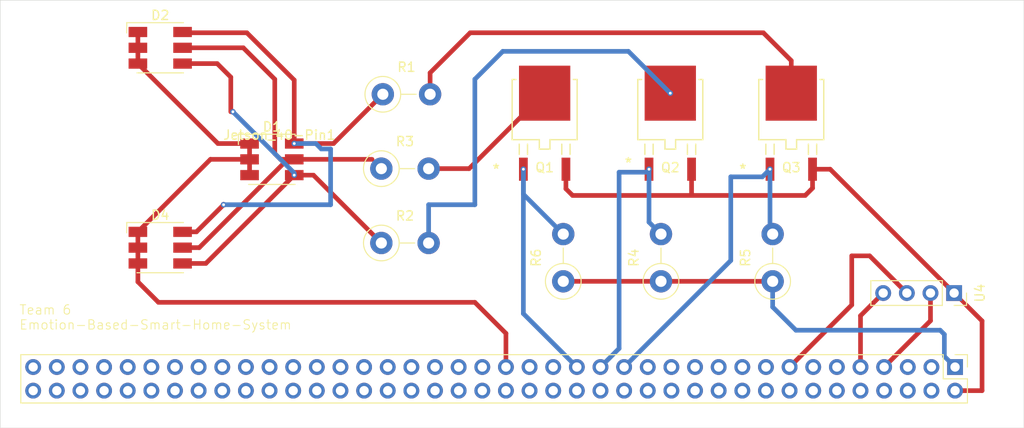
<source format=kicad_pcb>
(kicad_pcb (version 20240108) (generator "pcbnew") (generator_version "8.0")
  (title_block (title "Preliminary PCB layout") (date "2024-11-06") (rev "0") (company "Group 6"))
  (layers (0 "F.Cu" signal) (31 "B.Cu" signal) (34 "B.Paste" user) (35 "F.Paste" user) (36 "B.SilkS" user "B.Silkscreen") (37 "F.SilkS" user "F.Silkscreen") (38 "B.Mask" user) (39 "F.Mask" user) (44 "Edge.Cuts" user))
  (net 0 "")
  (net 1 "GND")
  (net 2 "Q3")
  (net 3 "Q2")
  (net 4 "Q1")
  (net 7 "Net-(Jetson_40-Pin1-GPIO11)")
  (net 10 "Net-(Jetson_40-Pin1-GPIO01)")
  (net 17 "/Ultrasonic Trigger")
  (net 25 "/5V")
  (net 35 "Net-(Jetson_40-Pin1-GPIO13)")
  (net 39 "Net-(Jetson_40-Pin1-GPIO12)")
  (net 42 "Net-(Jetson_40-Pin1-3.3V)")
  (net 43 "Net-(Q1-E)")
  (net 44 "Net-(Q2-E)")
  (net 45 "Net-(Q3-E)")
  (net 46 "Net-(U4-GND)")
  (footprint "NSS1C301ET4G:DPAK-4_6P22X6P73_ONS" (layer "F.Cu") (at 104 65.7653)
    (property "Reference" "Q1" (at 0 6.2347 0) (layer "F.SilkS"))
    (property "Value" "NSS1C301ET4G")
    (fp_line (start -3.4925 -3.2385) (end -3.4925 3.2385) (stroke (width 0.1524)) (layer "F.SilkS"))
    (fp_line (start -3.4925 3.2385) (end -0.5715 3.2385) (stroke (width 0.1524)) (layer "F.SilkS"))
    (fp_line (start -3.08864 -3.2385) (end -3.4925 -3.2385) (stroke (width 0.1524)) (layer "F.SilkS"))
    (fp_line (start -2.7305 3.7211) (end -2.7305 4.8133) (stroke (width 0.1524)) (layer "F.SilkS"))
    (fp_line (start -1.8415 3.7211) (end -1.8415 4.8133) (stroke (width 0.1524)) (layer "F.SilkS"))
    (fp_line (start -0.5715 3.2385) (end -0.5715 4.2545) (stroke (width 0.1524)) (layer "F.SilkS"))
    (fp_line (start -0.5715 4.2545) (end 0.5715 4.2545) (stroke (width 0.1524)) (layer "F.SilkS"))
    (fp_line (start 0.5715 3.2385) (end 3.4925 3.2385) (stroke (width 0.1524)) (layer "F.SilkS"))
    (fp_line (start 0.5715 4.2545) (end 0.5715 3.2385) (stroke (width 0.1524)) (layer "F.SilkS"))
    (fp_line (start 1.8415 3.7211) (end 1.8415 4.8133) (stroke (width 0.1524)) (layer "F.SilkS"))
    (fp_line (start 2.7305 3.7211) (end 2.7305 4.8133) (stroke (width 0.1524)) (layer "F.SilkS"))
    (fp_line (start 3.4925 -3.2385) (end 3.08864 -3.2385) (stroke (width 0.1524)) (layer "F.SilkS"))
    (fp_line (start 3.4925 3.2385) (end 3.4925 -3.2385) (stroke (width 0.1524)) (layer "F.SilkS"))
    (fp_text user "*" (at -5.207 6.4135 0) (layer "F.SilkS"))
    (fp_text user "*" (at -5.207 6.4135 0) (layer "F.SilkS"))
    (pad "1" smd rect (at -2.286 6.4135) (size 0.9398 2.4892) (layers "F.Cu" "F.Paste" "F.Mask") (net 35 "Net-(Jetson_40-Pin1-GPIO13)"))
    (pad "2" smd rect (at 2.286 6.4135) (size 0.9398 2.4892) (layers "F.Cu" "F.Paste" "F.Mask") (net 25 "/5V"))
    (pad "3" smd rect (at 0 -1.7653) (size 5.5118 5.9182) (layers "F.Cu" "F.Paste" "F.Mask") (net 43 "Net-(Q1-E)"))
  )
  (footprint "LED_SMD:LED_RGB_5050-6" (layer "F.Cu") (at 62.6921 59.1165)
    (property "Reference" "D2" (at 0 -3.5 0) (layer "F.SilkS"))
    (property "Value" "LED_RGB")
    (fp_line (start -3.6 -2.7) (end 2.5 -2.7) (stroke (width 0.12)) (layer "F.SilkS"))
    (fp_line (start -3.6 -1.6) (end -3.6 -2.7) (stroke (width 0.12)) (layer "F.SilkS"))
    (fp_line (start 2.5 2.7) (end -2.5 2.7) (stroke (width 0.12)) (layer "F.SilkS"))
    (pad "1" smd rect (at -2.4 -1.7 90) (size 1.1 2) (layers "F.Cu" "F.Paste" "F.Mask") (net 1 "GND"))
    (pad "2" smd rect (at -2.4 0 90) (size 1.1 2) (layers "F.Cu" "F.Paste" "F.Mask") (net 1 "GND"))
    (pad "3" smd rect (at -2.4 1.7 90) (size 1.1 2) (layers "F.Cu" "F.Paste" "F.Mask") (net 1 "GND"))
    (pad "4" smd rect (at 2.4 1.7 90) (size 1.1 2) (layers "F.Cu" "F.Paste" "F.Mask") (net 3 "Q2"))
    (pad "5" smd rect (at 2.4 0 90) (size 1.1 2) (layers "F.Cu" "F.Paste" "F.Mask") (net 4 "Q1"))
    (pad "6" smd rect (at 2.4 -1.7 90) (size 1.1 2) (layers "F.Cu" "F.Paste" "F.Mask") (net 2 "Q3"))
  )
  (footprint "Resistor_THT:R_Axial_DIN0411_L9.9mm_D3.6mm_P5.08mm_Vertical" (layer "F.Cu") (at 86.6121 64.1165)
    (property "Reference" "R1" (at 2.54 -2.92 0) (layer "F.SilkS"))
    (property "Value" "10")
    (fp_line (start 1.92 0) (end 3.58 0) (stroke (width 0.12)) (layer "F.SilkS"))
    (fp_circle (center 0 0) (end 1.92 0) (stroke (width 0.12)) (fill none) (layer "F.SilkS"))
    (pad "1" thru_hole circle (at 0 0) (size 2.4 2.4) (drill 1.2) (layers "*.Cu" "*.Mask") (net 2 "Q3"))
    (pad "2" thru_hole oval (at 5.08 0) (size 2.4 2.4) (drill 1.2) (layers "*.Cu" "*.Mask") (net 45 "Net-(Q3-E)"))
  )
  (footprint "NSS1C301ET4G:DPAK-4_6P22X6P73_ONS" (layer "F.Cu") (at 117.5 65.7653)
    (property "Reference" "Q2" (at 0 6.2347 0) (layer "F.SilkS"))
    (property "Value" "NSS1C301ET4G")
    (fp_line (start -3.4925 -3.2385) (end -3.4925 3.2385) (stroke (width 0.1524)) (layer "F.SilkS"))
    (fp_line (start -3.4925 3.2385) (end -0.5715 3.2385) (stroke (width 0.1524)) (layer "F.SilkS"))
    (fp_line (start -3.08864 -3.2385) (end -3.4925 -3.2385) (stroke (width 0.1524)) (layer "F.SilkS"))
    (fp_line (start -2.7305 3.7211) (end -2.7305 4.8133) (stroke (width 0.1524)) (layer "F.SilkS"))
    (fp_line (start -1.8415 3.7211) (end -1.8415 4.8133) (stroke (width 0.1524)) (layer "F.SilkS"))
    (fp_line (start -0.5715 3.2385) (end -0.5715 4.2545) (stroke (width 0.1524)) (layer "F.SilkS"))
    (fp_line (start -0.5715 4.2545) (end 0.5715 4.2545) (stroke (width 0.1524)) (layer "F.SilkS"))
    (fp_line (start 0.5715 3.2385) (end 3.4925 3.2385) (stroke (width 0.1524)) (layer "F.SilkS"))
    (fp_line (start 0.5715 4.2545) (end 0.5715 3.2385) (stroke (width 0.1524)) (layer "F.SilkS"))
    (fp_line (start 1.8415 3.7211) (end 1.8415 4.8133) (stroke (width 0.1524)) (layer "F.SilkS"))
    (fp_line (start 2.7305 3.7211) (end 2.7305 4.8133) (stroke (width 0.1524)) (layer "F.SilkS"))
    (fp_line (start 3.4925 -3.2385) (end 3.08864 -3.2385) (stroke (width 0.1524)) (layer "F.SilkS"))
    (fp_line (start 3.4925 3.2385) (end 3.4925 -3.2385) (stroke (width 0.1524)) (layer "F.SilkS"))
    (fp_text user "*" (at -4.5 5.7347 0) (layer "F.SilkS"))
    (fp_text user "*" (at -4.5 5.7347 0) (layer "F.SilkS"))
    (pad "1" smd rect (at -2.286 6.4135) (size 0.9398 2.4892) (layers "F.Cu" "F.Paste" "F.Mask") (net 7 "Net-(Jetson_40-Pin1-GPIO11)"))
    (pad "2" smd rect (at 2.286 6.4135) (size 0.9398 2.4892) (layers "F.Cu" "F.Paste" "F.Mask") (net 25 "/5V"))
    (pad "3" smd rect (at 0 -1.7653) (size 5.5118 5.9182) (layers "F.Cu" "F.Paste" "F.Mask") (net 44 "Net-(Q2-E)"))
  )
  (footprint "Resistor_THT:R_Axial_DIN0411_L9.9mm_D3.6mm_P5.08mm_Vertical" (layer "F.Cu") (at 128.5 84.24 90)
    (property "Reference" "R5" (at 2.54 -2.92 90) (layer "F.SilkS"))
    (property "Value" "10k")
    (fp_line (start 1.92 0) (end 3.58 0) (stroke (width 0.12)) (layer "F.SilkS"))
    (fp_circle (center 0 0) (end 1.92 0) (stroke (width 0.12)) (fill none) (layer "F.SilkS"))
    (pad "1" thru_hole circle (at 0 0 90) (size 2.4 2.4) (drill 1.2) (layers "*.Cu" "*.Mask") (net 42 "Net-(Jetson_40-Pin1-3.3V)"))
    (pad "2" thru_hole oval (at 5.08 0 90) (size 2.4 2.4) (drill 1.2) (layers "*.Cu" "*.Mask") (net 10 "Net-(Jetson_40-Pin1-GPIO01)"))
  )
  (footprint "LED_SMD:LED_RGB_5050-6" (layer "F.Cu") (at 62.6921 80.6165)
    (property "Reference" "D4" (at 0 -3.5 0) (layer "F.SilkS"))
    (property "Value" "LED_RGB")
    (fp_line (start -3.6 -2.7) (end 2.5 -2.7) (stroke (width 0.12)) (layer "F.SilkS"))
    (fp_line (start -3.6 -1.6) (end -3.6 -2.7) (stroke (width 0.12)) (layer "F.SilkS"))
    (fp_line (start 2.5 2.7) (end -2.5 2.7) (stroke (width 0.12)) (layer "F.SilkS"))
    (pad "1" smd rect (at -2.4 -1.7 90) (size 1.1 2) (layers "F.Cu" "F.Paste" "F.Mask") (net 1 "GND"))
    (pad "2" smd rect (at -2.4 0 90) (size 1.1 2) (layers "F.Cu" "F.Paste" "F.Mask") (net 1 "GND"))
    (pad "3" smd rect (at -2.4 1.7 90) (size 1.1 2) (layers "F.Cu" "F.Paste" "F.Mask") (net 1 "GND"))
    (pad "4" smd rect (at 2.4 1.7 90) (size 1.1 2) (layers "F.Cu" "F.Paste" "F.Mask") (net 3 "Q2"))
    (pad "5" smd rect (at 2.4 0 90) (size 1.1 2) (layers "F.Cu" "F.Paste" "F.Mask") (net 4 "Q1"))
    (pad "6" smd rect (at 2.4 -1.7 90) (size 1.1 2) (layers "F.Cu" "F.Paste" "F.Mask") (net 2 "Q3"))
  )
  (footprint "Resistor_THT:R_Axial_DIN0411_L9.9mm_D3.6mm_P5.08mm_Vertical" (layer "F.Cu") (at 86.4521 80.1165)
    (property "Reference" "R2" (at 2.54 -2.92 0) (layer "F.SilkS"))
    (property "Value" "10")
    (fp_line (start 1.92 0) (end 3.58 0) (stroke (width 0.12)) (layer "F.SilkS"))
    (fp_circle (center 0 0) (end 1.92 0) (stroke (width 0.12)) (fill none) (layer "F.SilkS"))
    (pad "1" thru_hole circle (at 0 0) (size 2.4 2.4) (drill 1.2) (layers "*.Cu" "*.Mask") (net 3 "Q2"))
    (pad "2" thru_hole oval (at 5.08 0) (size 2.4 2.4) (drill 1.2) (layers "*.Cu" "*.Mask") (net 44 "Net-(Q2-E)"))
  )
  (footprint "Resistor_THT:R_Axial_DIN0411_L9.9mm_D3.6mm_P5.08mm_Vertical" (layer "F.Cu") (at 116.5 84.24 90)
    (property "Reference" "R4" (at 2.54 -2.92 90) (layer "F.SilkS"))
    (property "Value" "10k")
    (fp_line (start 1.92 0) (end 3.58 0) (stroke (width 0.12)) (layer "F.SilkS"))
    (fp_circle (center 0 0) (end 1.92 0) (stroke (width 0.12)) (fill none) (layer "F.SilkS"))
    (pad "1" thru_hole circle (at 0 0 90) (size 2.4 2.4) (drill 1.2) (layers "*.Cu" "*.Mask") (net 42 "Net-(Jetson_40-Pin1-3.3V)"))
    (pad "2" thru_hole oval (at 5.08 0 90) (size 2.4 2.4) (drill 1.2) (layers "*.Cu" "*.Mask") (net 7 "Net-(Jetson_40-Pin1-GPIO11)"))
  )
  (footprint "Resistor_THT:R_Axial_DIN0411_L9.9mm_D3.6mm_P5.08mm_Vertical" (layer "F.Cu") (at 86.4521 72.1165)
    (property "Reference" "R3" (at 2.54 -2.92 0) (layer "F.SilkS"))
    (property "Value" "10")
    (fp_line (start 1.92 0) (end 3.58 0) (stroke (width 0.12)) (layer "F.SilkS"))
    (fp_circle (center 0 0) (end 1.92 0) (stroke (width 0.12)) (fill none) (layer "F.SilkS"))
    (pad "1" thru_hole circle (at 0 0) (size 2.4 2.4) (drill 1.2) (layers "*.Cu" "*.Mask") (net 4 "Q1"))
    (pad "2" thru_hole oval (at 5.08 0) (size 2.4 2.4) (drill 1.2) (layers "*.Cu" "*.Mask") (net 43 "Net-(Q1-E)"))
  )
  (footprint "Connector_PinSocket_2.54mm:PinSocket_1x04_P2.54mm_Vertical" (layer "F.Cu") (at 148 85.5 -90)
    (property "Reference" "U4" (at 0 -2.77 90) (layer "F.SilkS"))
    (property "Value" "HC-SR04")
    (fp_line (start -1.33 8.95) (end 1.33 8.95) (stroke (width 0.12)) (layer "F.SilkS"))
    (fp_line (start -1.33 1.27) (end -1.33 8.95) (stroke (width 0.12)) (layer "F.SilkS"))
    (fp_line (start -1.33 1.27) (end 1.33 1.27) (stroke (width 0.12)) (layer "F.SilkS"))
    (fp_line (start 1.33 1.27) (end 1.33 8.95) (stroke (width 0.12)) (layer "F.SilkS"))
    (fp_line (start 0 -1.33) (end 1.33 -1.33) (stroke (width 0.12)) (layer "F.SilkS"))
    (fp_line (start 1.33 -1.33) (end 1.33 0) (stroke (width 0.12)) (layer "F.SilkS"))
    (pad "1" thru_hole rect (at 0 0 270) (size 1.7 1.7) (drill 1) (layers "*.Cu" "*.Mask") (net 25 "/5V"))
    (pad "2" thru_hole oval (at 0 2.54 270) (size 1.7 1.7) (drill 1) (layers "*.Cu" "*.Mask") (net 17 "/Ultrasonic Trigger"))
    (pad "3" thru_hole oval (at 0 5.08 270) (size 1.7 1.7) (drill 1) (layers "*.Cu" "*.Mask") (net 39 "Net-(Jetson_40-Pin1-GPIO12)"))
    (pad "4" thru_hole oval (at 0 7.62 270) (size 1.7 1.7) (drill 1) (layers "*.Cu" "*.Mask") (net 46 "Net-(U4-GND)"))
  )
  (footprint "NSS1C301ET4G:DPAK-4_6P22X6P73_ONS" (layer "F.Cu") (at 130.5 65.7653)
    (property "Reference" "Q3" (at 0 6.2347 0) (layer "F.SilkS"))
    (property "Value" "NSS1C301ET4G")
    (fp_line (start -3.4925 -3.2385) (end -3.4925 3.2385) (stroke (width 0.1524)) (layer "F.SilkS"))
    (fp_line (start -3.4925 3.2385) (end -0.5715 3.2385) (stroke (width 0.1524)) (layer "F.SilkS"))
    (fp_line (start -3.08864 -3.2385) (end -3.4925 -3.2385) (stroke (width 0.1524)) (layer "F.SilkS"))
    (fp_line (start -2.7305 3.7211) (end -2.7305 4.8133) (stroke (width 0.1524)) (layer "F.SilkS"))
    (fp_line (start -1.8415 3.7211) (end -1.8415 4.8133) (stroke (width 0.1524)) (layer "F.SilkS"))
    (fp_line (start -0.5715 3.2385) (end -0.5715 4.2545) (stroke (width 0.1524)) (layer "F.SilkS"))
    (fp_line (start -0.5715 4.2545) (end 0.5715 4.2545) (stroke (width 0.1524)) (layer "F.SilkS"))
    (fp_line (start 0.5715 3.2385) (end 3.4925 3.2385) (stroke (width 0.1524)) (layer "F.SilkS"))
    (fp_line (start 0.5715 4.2545) (end 0.5715 3.2385) (stroke (width 0.1524)) (layer "F.SilkS"))
    (fp_line (start 1.8415 3.7211) (end 1.8415 4.8133) (stroke (width 0.1524)) (layer "F.SilkS"))
    (fp_line (start 2.7305 3.7211) (end 2.7305 4.8133) (stroke (width 0.1524)) (layer "F.SilkS"))
    (fp_line (start 3.4925 -3.2385) (end 3.08864 -3.2385) (stroke (width 0.1524)) (layer "F.SilkS"))
    (fp_line (start 3.4925 3.2385) (end 3.4925 -3.2385) (stroke (width 0.1524)) (layer "F.SilkS"))
    (fp_text user "*" (at -5.207 6.4135 0) (layer "F.SilkS"))
    (fp_text user "*" (at -5.207 6.4135 0) (layer "F.SilkS"))
    (pad "1" smd rect (at -2.286 6.4135) (size 0.9398 2.4892) (layers "F.Cu" "F.Paste" "F.Mask") (net 10 "Net-(Jetson_40-Pin1-GPIO01)"))
    (pad "2" smd rect (at 2.286 6.4135) (size 0.9398 2.4892) (layers "F.Cu" "F.Paste" "F.Mask") (net 25 "/5V"))
    (pad "3" smd rect (at 0 -1.7653) (size 5.5118 5.9182) (layers "F.Cu" "F.Paste" "F.Mask") (net 45 "Net-(Q3-E)"))
  )
  (footprint "Connector_PinHeader_2.54mm:PinHeader_2x40_P2.54mm_Vertical" (layer "F.Cu") (at 148.1 93.46 -90)
    (property "Reference" "Jetson_40-Pin1" (at -24.96 72.6 180) (layer "F.SilkS"))
    (property "Value" "~")
    (fp_line (start -1.33 100.39) (end 3.87 100.39) (stroke (width 0.12)) (layer "F.SilkS"))
    (fp_line (start -1.33 1.27) (end -1.33 100.39) (stroke (width 0.12)) (layer "F.SilkS"))
    (fp_line (start -1.33 1.27) (end 1.27 1.27) (stroke (width 0.12)) (layer "F.SilkS"))
    (fp_line (start 1.27 1.27) (end 1.27 -1.33) (stroke (width 0.12)) (layer "F.SilkS"))
    (fp_line (start -1.33 0) (end -1.33 -1.33) (stroke (width 0.12)) (layer "F.SilkS"))
    (fp_line (start -1.33 -1.33) (end 0 -1.33) (stroke (width 0.12)) (layer "F.SilkS"))
    (fp_line (start 1.27 -1.33) (end 3.87 -1.33) (stroke (width 0.12)) (layer "F.SilkS"))
    (fp_line (start 3.87 -1.33) (end 3.87 100.39) (stroke (width 0.12)) (layer "F.SilkS"))
    (pad "1" thru_hole rect (at 0 0 270) (size 1.7 1.7) (drill 1) (layers "*.Cu" "*.Mask") (net 42 "Net-(Jetson_40-Pin1-3.3V)"))
    (pad "2" thru_hole oval (at 2.54 0 270) (size 1.7 1.7) (drill 1) (layers "*.Cu" "*.Mask") (net 25 "/5V"))
    (pad "3" thru_hole oval (at 0 2.54 270) (size 1.7 1.7) (drill 1) (layers "*.Cu" "*.Mask"))
    (pad "4" thru_hole oval (at 2.54 2.54 270) (size 1.7 1.7) (drill 1) (layers "*.Cu" "*.Mask"))
    (pad "5" thru_hole oval (at 0 5.08 270) (size 1.7 1.7) (drill 1) (layers "*.Cu" "*.Mask"))
    (pad "6" thru_hole oval (at 2.54 5.08 270) (size 1.7 1.7) (drill 1) (layers "*.Cu" "*.Mask"))
    (pad "7" thru_hole oval (at 0 7.62 270) (size 1.7 1.7) (drill 1) (layers "*.Cu" "*.Mask") (net 17 "/Ultrasonic Trigger"))
    (pad "8" thru_hole oval (at 2.54 7.62 270) (size 1.7 1.7) (drill 1) (layers "*.Cu" "*.Mask"))
    (pad "9" thru_hole oval (at 0 10.16 270) (size 1.7 1.7) (drill 1) (layers "*.Cu" "*.Mask") (net 46 "Net-(U4-GND)"))
    (pad "10" thru_hole oval (at 2.54 10.16 270) (size 1.7 1.7) (drill 1) (layers "*.Cu" "*.Mask"))
    (pad "11" thru_hole oval (at 0 12.7 270) (size 1.7 1.7) (drill 1) (layers "*.Cu" "*.Mask"))
    (pad "12" thru_hole oval (at 2.54 12.7 270) (size 1.7 1.7) (drill 1) (layers "*.Cu" "*.Mask"))
    (pad "13" thru_hole oval (at 0 15.24 270) (size 1.7 1.7) (drill 1) (layers "*.Cu" "*.Mask"))
    (pad "14" thru_hole oval (at 2.54 15.24 270) (size 1.7 1.7) (drill 1) (layers "*.Cu" "*.Mask"))
    (pad "15" thru_hole oval (at 0 17.78 270) (size 1.7 1.7) (drill 1) (layers "*.Cu" "*.Mask") (net 39 "Net-(Jetson_40-Pin1-GPIO12)"))
    (pad "16" thru_hole oval (at 2.54 17.78 270) (size 1.7 1.7) (drill 1) (layers "*.Cu" "*.Mask"))
    (pad "17" thru_hole oval (at 0 20.32 270) (size 1.7 1.7) (drill 1) (layers "*.Cu" "*.Mask"))
    (pad "18" thru_hole oval (at 2.54 20.32 270) (size 1.7 1.7) (drill 1) (layers "*.Cu" "*.Mask"))
    (pad "19" thru_hole oval (at 0 22.86 270) (size 1.7 1.7) (drill 1) (layers "*.Cu" "*.Mask"))
    (pad "20" thru_hole oval (at 2.54 22.86 270) (size 1.7 1.7) (drill 1) (layers "*.Cu" "*.Mask"))
    (pad "21" thru_hole oval (at 0 25.4 270) (size 1.7 1.7) (drill 1) (layers "*.Cu" "*.Mask"))
    (pad "22" thru_hole oval (at 2.54 25.4 270) (size 1.7 1.7) (drill 1) (layers "*.Cu" "*.Mask"))
    (pad "23" thru_hole oval (at 0 27.94 270) (size 1.7 1.7) (drill 1) (layers "*.Cu" "*.Mask"))
    (pad "24" thru_hole oval (at 2.54 27.94 270) (size 1.7 1.7) (drill 1) (layers "*.Cu" "*.Mask"))
    (pad "25" thru_hole oval (at 0 30.48 270) (size 1.7 1.7) (drill 1) (layers "*.Cu" "*.Mask"))
    (pad "26" thru_hole oval (at 2.54 30.48 270) (size 1.7 1.7) (drill 1) (layers "*.Cu" "*.Mask"))
    (pad "27" thru_hole oval (at 0 33.02 270) (size 1.7 1.7) (drill 1) (layers "*.Cu" "*.Mask"))
    (pad "28" thru_hole oval (at 2.54 33.02 270) (size 1.7 1.7) (drill 1) (layers "*.Cu" "*.Mask"))
    (pad "29" thru_hole oval (at 0 35.56 270) (size 1.7 1.7) (drill 1) (layers "*.Cu" "*.Mask") (net 10 "Net-(Jetson_40-Pin1-GPIO01)"))
    (pad "30" thru_hole oval (at 2.54 35.56 270) (size 1.7 1.7) (drill 1) (layers "*.Cu" "*.Mask"))
    (pad "31" thru_hole oval (at 0 38.1 270) (size 1.7 1.7) (drill 1) (layers "*.Cu" "*.Mask") (net 7 "Net-(Jetson_40-Pin1-GPIO11)"))
    (pad "32" thru_hole oval (at 2.54 38.1 270) (size 1.7 1.7) (drill 1) (layers "*.Cu" "*.Mask"))
    (pad "33" thru_hole oval (at 0 40.64 270) (size 1.7 1.7) (drill 1) (layers "*.Cu" "*.Mask") (net 35 "Net-(Jetson_40-Pin1-GPIO13)"))
    (pad "34" thru_hole oval (at 2.54 40.64 270) (size 1.7 1.7) (drill 1) (layers "*.Cu" "*.Mask"))
    (pad "35" thru_hole oval (at 0 43.18 270) (size 1.7 1.7) (drill 1) (layers "*.Cu" "*.Mask"))
    (pad "36" thru_hole oval (at 2.54 43.18 270) (size 1.7 1.7) (drill 1) (layers "*.Cu" "*.Mask"))
    (pad "37" thru_hole oval (at 0 45.72 270) (size 1.7 1.7) (drill 1) (layers "*.Cu" "*.Mask"))
    (pad "38" thru_hole oval (at 2.54 45.72 270) (size 1.7 1.7) (drill 1) (layers "*.Cu" "*.Mask"))
    (pad "39" thru_hole oval (at 0 48.26 270) (size 1.7 1.7) (drill 1) (layers "*.Cu" "*.Mask") (net 1 "GND"))
    (pad "40" thru_hole oval (at 2.54 48.26 270) (size 1.7 1.7) (drill 1) (layers "*.Cu" "*.Mask"))
    (pad "41" thru_hole oval (at 0 50.8 270) (size 1.7 1.7) (drill 1) (layers "*.Cu" "*.Mask"))
    (pad "42" thru_hole oval (at 2.54 50.8 270) (size 1.7 1.7) (drill 1) (layers "*.Cu" "*.Mask"))
    (pad "43" thru_hole oval (at 0 53.34 270) (size 1.7 1.7) (drill 1) (layers "*.Cu" "*.Mask"))
    (pad "44" thru_hole oval (at 2.54 53.34 270) (size 1.7 1.7) (drill 1) (layers "*.Cu" "*.Mask"))
    (pad "45" thru_hole oval (at 0 55.88 270) (size 1.7 1.7) (drill 1) (layers "*.Cu" "*.Mask"))
    (pad "46" thru_hole oval (at 2.54 55.88 270) (size 1.7 1.7) (drill 1) (layers "*.Cu" "*.Mask"))
    (pad "47" thru_hole oval (at 0 58.42 270) (size 1.7 1.7) (drill 1) (layers "*.Cu" "*.Mask"))
    (pad "48" thru_hole oval (at 2.54 58.42 270) (size 1.7 1.7) (drill 1) (layers "*.Cu" "*.Mask"))
    (pad "49" thru_hole oval (at 0 60.96 270) (size 1.7 1.7) (drill 1) (layers "*.Cu" "*.Mask"))
    (pad "50" thru_hole oval (at 2.54 60.96 270) (size 1.7 1.7) (drill 1) (layers "*.Cu" "*.Mask"))
    (pad "51" thru_hole oval (at 0 63.5 270) (size 1.7 1.7) (drill 1) (layers "*.Cu" "*.Mask"))
    (pad "52" thru_hole oval (at 2.54 63.5 270) (size 1.7 1.7) (drill 1) (layers "*.Cu" "*.Mask"))
    (pad "53" thru_hole oval (at 0 66.04 270) (size 1.7 1.7) (drill 1) (layers "*.Cu" "*.Mask"))
    (pad "54" thru_hole oval (at 2.54 66.04 270) (size 1.7 1.7) (drill 1) (layers "*.Cu" "*.Mask"))
    (pad "55" thru_hole oval (at 0 68.58 270) (size 1.7 1.7) (drill 1) (layers "*.Cu" "*.Mask"))
    (pad "56" thru_hole oval (at 2.54 68.58 270) (size 1.7 1.7) (drill 1) (layers "*.Cu" "*.Mask"))
    (pad "57" thru_hole oval (at 0 71.12 270) (size 1.7 1.7) (drill 1) (layers "*.Cu" "*.Mask"))
    (pad "58" thru_hole oval (at 2.54 71.12 270) (size 1.7 1.7) (drill 1) (layers "*.Cu" "*.Mask"))
    (pad "59" thru_hole oval (at 0 73.66 270) (size 1.7 1.7) (drill 1) (layers "*.Cu" "*.Mask"))
    (pad "60" thru_hole oval (at 2.54 73.66 270) (size 1.7 1.7) (drill 1) (layers "*.Cu" "*.Mask"))
    (pad "61" thru_hole oval (at 0 76.2 270) (size 1.7 1.7) (drill 1) (layers "*.Cu" "*.Mask"))
    (pad "62" thru_hole oval (at 2.54 76.2 270) (size 1.7 1.7) (drill 1) (layers "*.Cu" "*.Mask"))
    (pad "63" thru_hole oval (at 0 78.74 270) (size 1.7 1.7) (drill 1) (layers "*.Cu" "*.Mask"))
    (pad "64" thru_hole oval (at 2.54 78.74 270) (size 1.7 1.7) (drill 1) (layers "*.Cu" "*.Mask"))
    (pad "65" thru_hole oval (at 0 81.28 270) (size 1.7 1.7) (drill 1) (layers "*.Cu" "*.Mask"))
    (pad "66" thru_hole oval (at 2.54 81.28 270) (size 1.7 1.7) (drill 1) (layers "*.Cu" "*.Mask"))
    (pad "67" thru_hole oval (at 0 83.82 270) (size 1.7 1.7) (drill 1) (layers "*.Cu" "*.Mask"))
    (pad "68" thru_hole oval (at 2.54 83.82 270) (size 1.7 1.7) (drill 1) (layers "*.Cu" "*.Mask"))
    (pad "69" thru_hole oval (at 0 86.36 270) (size 1.7 1.7) (drill 1) (layers "*.Cu" "*.Mask"))
    (pad "70" thru_hole oval (at 2.54 86.36 270) (size 1.7 1.7) (drill 1) (layers "*.Cu" "*.Mask"))
    (pad "71" thru_hole oval (at 0 88.9 270) (size 1.7 1.7) (drill 1) (layers "*.Cu" "*.Mask"))
    (pad "72" thru_hole oval (at 2.54 88.9 270) (size 1.7 1.7) (drill 1) (layers "*.Cu" "*.Mask"))
    (pad "73" thru_hole oval (at 0 91.44 270) (size 1.7 1.7) (drill 1) (layers "*.Cu" "*.Mask"))
    (pad "74" thru_hole oval (at 2.54 91.44 270) (size 1.7 1.7) (drill 1) (layers "*.Cu" "*.Mask"))
    (pad "75" thru_hole oval (at 0 93.98 270) (size 1.7 1.7) (drill 1) (layers "*.Cu" "*.Mask"))
    (pad "76" thru_hole oval (at 2.54 93.98 270) (size 1.7 1.7) (drill 1) (layers "*.Cu" "*.Mask"))
    (pad "77" thru_hole oval (at 0 96.52 270) (size 1.7 1.7) (drill 1) (layers "*.Cu" "*.Mask"))
    (pad "78" thru_hole oval (at 2.54 96.52 270) (size 1.7 1.7) (drill 1) (layers "*.Cu" "*.Mask"))
    (pad "79" thru_hole oval (at 0 99.06 270) (size 1.7 1.7) (drill 1) (layers "*.Cu" "*.Mask"))
    (pad "80" thru_hole oval (at 2.54 99.06 270) (size 1.7 1.7) (drill 1) (layers "*.Cu" "*.Mask"))
  )
  (footprint "Resistor_THT:R_Axial_DIN0411_L9.9mm_D3.6mm_P5.08mm_Vertical" (layer "F.Cu") (at 106 84.24 90)
    (property "Reference" "R6" (at 2.54 -2.92 90) (layer "F.SilkS"))
    (property "Value" "10k")
    (fp_line (start 1.92 0) (end 3.58 0) (stroke (width 0.12)) (layer "F.SilkS"))
    (fp_circle (center 0 0) (end 1.92 0) (stroke (width 0.12)) (fill none) (layer "F.SilkS"))
    (pad "1" thru_hole circle (at 0 0 90) (size 2.4 2.4) (drill 1.2) (layers "*.Cu" "*.Mask") (net 42 "Net-(Jetson_40-Pin1-3.3V)"))
    (pad "2" thru_hole oval (at 5.08 0 90) (size 2.4 2.4) (drill 1.2) (layers "*.Cu" "*.Mask") (net 35 "Net-(Jetson_40-Pin1-GPIO13)"))
  )
  (footprint "LED_SMD:LED_RGB_5050-6" (layer "F.Cu") (at 74.6921 71.1165)
    (property "Reference" "D1" (at 0 -3.5 0) (layer "F.SilkS"))
    (property "Value" "LED_RGB")
    (fp_line (start -3.6 -2.7) (end 2.5 -2.7) (stroke (width 0.12)) (layer "F.SilkS"))
    (fp_line (start -3.6 -1.6) (end -3.6 -2.7) (stroke (width 0.12)) (layer "F.SilkS"))
    (fp_line (start 2.5 2.7) (end -2.5 2.7) (stroke (width 0.12)) (layer "F.SilkS"))
    (pad "1" smd rect (at -2.4 -1.7 90) (size 1.1 2) (layers "F.Cu" "F.Paste" "F.Mask") (net 1 "GND"))
    (pad "2" smd rect (at -2.4 0 90) (size 1.1 2) (layers "F.Cu" "F.Paste" "F.Mask") (net 1 "GND"))
    (pad "3" smd rect (at -2.4 1.7 90) (size 1.1 2) (layers "F.Cu" "F.Paste" "F.Mask") (net 1 "GND"))
    (pad "4" smd rect (at 2.4 1.7 90) (size 1.1 2) (layers "F.Cu" "F.Paste" "F.Mask") (net 3 "Q2"))
    (pad "5" smd rect (at 2.4 0 90) (size 1.1 2) (layers "F.Cu" "F.Paste" "F.Mask") (net 4 "Q1"))
    (pad "6" smd rect (at 2.4 -1.7 90) (size 1.1 2) (layers "F.Cu" "F.Paste" "F.Mask") (net 2 "Q3"))
  )
  (gr_rect (start 45.5 54) (end 155.5 100) (stroke (width 0.05)) (fill none) (layer "Edge.Cuts"))
  (gr_text "Team 6 \nEmotion-Based-Smart-Home-System" (at 47.5 89.5 0) (layer "F.SilkS") (effects (font (size 1 1) (thickness 0.1)) (justify left bottom)))
  (segment (start 60.2921 57.4165) (end 60.2921 59.1165) (width 0.5) (layer "F.Cu") (net 1))
  (segment (start 96.5 86.5) (end 62.5 86.5) (width 0.5) (layer "F.Cu") (net 1))
  (segment (start 60.2921 60.8165) (end 60.2921 59.1165) (width 0.5) (layer "F.Cu") (net 1))
  (segment (start 99.84 89.84) (end 96.5 86.5) (width 0.5) (layer "F.Cu") (net 1))
  (segment (start 72.2921 71.1165) (end 72.2921 69.4165) (width 0.5) (layer "F.Cu") (net 1))
  (segment (start 60.2921 80.6165) (end 60.2921 78.9165) (width 0.5) (layer "F.Cu") (net 1))
  (segment (start 60.2921 84.2921) (end 60.2921 82.3165) (width 0.5) (layer "F.Cu") (net 1))
  (segment (start 60.2921 82.7921) (end 60.2921 82.3165) (width 0.2) (layer "F.Cu") (net 1))
  (segment (start 68.0921 71.1165) (end 72.2921 71.1165) (width 0.5) (layer "F.Cu") (net 1))
  (segment (start 60.2921 80.6165) (end 60.2921 82.3165) (width 0.5) (layer "F.Cu") (net 1))
  (segment (start 72.2921 72.8165) (end 72.2921 71.1165) (width 0.5) (layer "F.Cu") (net 1))
  (segment (start 68.8921 69.4165) (end 72.2921 69.4165) (width 0.5) (layer "F.Cu") (net 1))
  (segment (start 62.5 86.5) (end 60.2921 84.2921) (width 0.5) (layer "F.Cu") (net 1))
  (segment (start 60.2921 78.9165) (end 68.0921 71.1165) (width 0.5) (layer "F.Cu") (net 1))
  (segment (start 60.2921 60.8165) (end 68.8921 69.4165) (width 0.5) (layer "F.Cu") (net 1))
  (segment (start 99.84 93.46) (end 99.84 89.84) (width 0.5) (layer "F.Cu") (net 1))
  (segment (start 77.0921 62.5921) (end 72 57.5) (width 0.5) (layer "F.Cu") (net 2))
  (segment (start 81.3121 69.4165) (end 77.0921 69.4165) (width 0.5) (layer "F.Cu") (net 2))
  (segment (start 72 57.5) (end 65.9256 57.5) (width 0.5) (layer "F.Cu") (net 2))
  (segment (start 65.0921 78.9165) (end 66.5835 78.9165) (width 0.5) (layer "F.Cu") (net 2))
  (segment (start 86.6121 64.1165) (end 81.3121 69.4165) (width 0.5) (layer "F.Cu") (net 2))
  (segment (start 66.5835 78.9165) (end 69.5 76) (width 0.5) (layer "F.Cu") (net 2))
  (segment (start 65.8421 57.4165) (end 65.0921 57.4165) (width 0.2) (layer "F.Cu") (net 2))
  (segment (start 77.0921 69.4165) (end 77.0921 62.5921) (width 0.5) (layer "F.Cu") (net 2))
  (segment (start 65.9256 57.5) (end 65.8421 57.4165) (width 0.5) (layer "F.Cu") (net 2))
  (via (at 69.5 76) (size 0.6) (drill 0.3) (layers "F.Cu" "B.Cu") (net 2))
  (via (at 77.0921 69.4165) (size 0.6) (drill 0.3) (layers "F.Cu" "B.Cu") (net 2))
  (segment (start 81 70) (end 80 70) (width 0.5) (layer "B.Cu") (net 2))
  (segment (start 81 76) (end 81 70) (width 0.5) (layer "B.Cu") (net 2))
  (segment (start 69.5 76) (end 81 76) (width 0.5) (layer "B.Cu") (net 2))
  (segment (start 79.4165 69.4165) (end 77.0921 69.4165) (width 0.5) (layer "B.Cu") (net 2))
  (segment (start 80 70) (end 79.4165 69.4165) (width 0.5) (layer "B.Cu") (net 2))
  (segment (start 86.4521 80.1165) (end 79.1521 72.8165) (width 0.5) (layer "F.Cu") (net 3))
  (segment (start 70.2756 66) (end 70.5 66) (width 0.2) (layer "F.Cu") (net 3))
  (segment (start 67.5921 82.3165) (end 65.0921 82.3165) (width 0.5) (layer "F.Cu") (net 3))
  (segment (start 79.1521 72.8165) (end 77.0921 72.8165) (width 0.5) (layer "F.Cu") (net 3))
  (segment (start 68.8165 60.8165) (end 70.2756 62.2756) (width 0.5) (layer "F.Cu") (net 3))
  (segment (start 77.0921 72.8165) (end 67.5921 82.3165) (width 0.5) (layer "F.Cu") (net 3))
  (segment (start 70.2756 62.2756) (end 70.2756 66) (width 0.5) (layer "F.Cu") (net 3))
  (segment (start 65.0921 60.8165) (end 68.8165 60.8165) (width 0.5) (layer "F.Cu") (net 3))
  (via (at 77.0921 72.8165) (size 0.6) (drill 0.3) (layers "F.Cu" "B.Cu") (net 3))
  (via (at 70.5 66) (size 0.6) (drill 0.3) (layers "F.Cu" "B.Cu") (net 3))
  (segment (start 77.0921 72.5921) (end 77.0921 72.8165) (width 0.2) (layer "B.Cu") (net 3))
  (segment (start 70.5 66) (end 77.0921 72.5921) (width 0.5) (layer "B.Cu") (net 3))
  (segment (start 65.0921 59.1165) (end 65.5 59.1165) (width 0.2) (layer "F.Cu") (net 4))
  (segment (start 76.6421 71.1165) (end 77.0921 71.1165) (width 0.2) (layer "F.Cu") (net 4))
  (segment (start 75 70.5) (end 75.6165 71.1165) (width 0.5) (layer "F.Cu") (net 4))
  (segment (start 66.8835 80.6165) (end 65.0921 80.6165) (width 0.5) (layer "F.Cu") (net 4))
  (segment (start 65.0921 59.1165) (end 65.9086 59.1165) (width 0.2) (layer "F.Cu") (net 4))
  (segment (start 75.6165 71.1165) (end 76.3835 71.1165) (width 0.5) (layer "F.Cu") (net 4))
  (segment (start 76.3835 71.1165) (end 66.8835 80.6165) (width 0.5) (layer "F.Cu") (net 4))
  (segment (start 86.4521 72.1165) (end 85.4521 71.1165) (width 0.2) (layer "F.Cu") (net 4))
  (segment (start 65.5 59.1165) (end 71.6165 59.1165) (width 0.5) (layer "F.Cu") (net 4))
  (segment (start 77.0921 71.1165) (end 76.3835 71.1165) (width 0.2) (layer "F.Cu") (net 4))
  (segment (start 85.4521 71.1165) (end 77.0921 71.1165) (width 0.5) (layer "F.Cu") (net 4))
  (segment (start 71.6165 59.1165) (end 75 62.5) (width 0.5) (layer "F.Cu") (net 4))
  (segment (start 75 62.5) (end 75 70.5) (width 0.5) (layer "F.Cu") (net 4))
  (via (at 115.214 72.1788) (size 0.6) (drill 0.3) (layers "F.Cu" "B.Cu") (net 7))
  (segment (start 112 91.46) (end 112 72.5) (width 0.5) (layer "B.Cu") (net 7))
  (segment (start 115.214 77.874) (end 116.5 79.16) (width 0.5) (layer "B.Cu") (net 7))
  (segment (start 114.8928 72.5) (end 115.214 72.1788) (width 0.2) (layer "B.Cu") (net 7))
  (segment (start 112 72.5) (end 114.8928 72.5) (width 0.5) (layer "B.Cu") (net 7))
  (segment (start 115.214 72.1788) (end 115.214 77.874) (width 0.5) (layer "B.Cu") (net 7))
  (segment (start 110 93.46) (end 112 91.46) (width 0.5) (layer "B.Cu") (net 7))
  (via (at 128.214 72.1788) (size 0.6) (drill 0.3) (layers "F.Cu" "B.Cu") (net 10))
  (segment (start 128.214 78.874) (end 128.5 79.16) (width 0.2) (layer "B.Cu") (net 10))
  (segment (start 128.214 72.1788) (end 128.214 78.874) (width 0.5) (layer "B.Cu") (net 10))
  (segment (start 124 82) (end 124 73) (width 0.5) (layer "B.Cu") (net 10))
  (segment (start 127.3928 73) (end 128.214 72.1788) (width 0.5) (layer "B.Cu") (net 10))
  (segment (start 112.54 93.46) (end 124 82) (width 0.5) (layer "B.Cu") (net 10))
  (segment (start 124 73) (end 127.3928 73) (width 0.5) (layer "B.Cu") (net 10))
  (segment (start 145.46 88.48) (end 140.48 93.46) (width 0.5) (layer "F.Cu") (net 17))
  (segment (start 145.46 85.5) (end 145.46 88.48) (width 0.5) (layer "F.Cu") (net 17))
  (segment (start 148 85.5) (end 134.6788 72.1788) (width 0.5) (layer "F.Cu") (net 25))
  (segment (start 134.6788 72.1788) (end 132.786 72.1788) (width 0.5) (layer "F.Cu") (net 25))
  (segment (start 132.786 74.214) (end 132 75) (width 0.5) (layer "F.Cu") (net 25))
  (segment (start 132 75) (end 120 75) (width 0.5) (layer "F.Cu") (net 25))
  (segment (start 149.25 86.75) (end 148 85.5) (width 0.4) (layer "F.Cu") (net 25))
  (segment (start 151 88.5) (end 151 96) (width 0.5) (layer "F.Cu") (net 25))
  (segment (start 132.786 72.1788) (end 132.786 74.214) (width 0.5) (layer "F.Cu") (net 25))
  (segment (start 106.286 74.286) (end 106.286 72.1788) (width 0.5) (layer "F.Cu") (net 25))
  (segment (start 119.786 72.1788) (end 119.786 74.786) (width 0.5) (layer "F.Cu") (net 25))
  (segment (start 151 96) (end 148.1 96) (width 0.5) (layer "F.Cu") (net 25))
  (segment (start 149.25 86.75) (end 151 88.5) (width 0.5) (layer "F.Cu") (net 25))
  (segment (start 120 75) (end 107 75) (width 0.5) (layer "F.Cu") (net 25))
  (segment (start 107 75) (end 106.286 74.286) (width 0.5) (layer "F.Cu") (net 25))
  (segment (start 119.786 74.786) (end 120 75) (width 0.2) (layer "F.Cu") (net 25))
  (via (at 101.714 72.1788) (size 0.6) (drill 0.3) (layers "F.Cu" "B.Cu") (net 35))
  (segment (start 101.714 87.714) (end 101.714 72.1788) (width 0.5) (layer "B.Cu") (net 35))
  (segment (start 101.714 72.1788) (end 101.714 74.874) (width 0.5) (layer "B.Cu") (net 35))
  (segment (start 107.46 93.46) (end 101.714 87.714) (width 0.5) (layer "B.Cu") (net 35))
  (segment (start 101.714 74.874) (end 106 79.16) (width 0.5) (layer "B.Cu") (net 35))
  (segment (start 142.92 85.5) (end 138.92 81.5) (width 0.5) (layer "F.Cu") (net 39))
  (segment (start 137 81.5) (end 137 86.78) (width 0.5) (layer "F.Cu") (net 39))
  (segment (start 138.92 81.5) (end 137 81.5) (width 0.5) (layer "F.Cu") (net 39))
  (segment (start 137 86.78) (end 130.32 93.46) (width 0.5) (layer "F.Cu") (net 39))
  (segment (start 106 84.24) (end 116.5 84.24) (width 0.5) (layer "F.Cu") (net 42))
  (segment (start 116.5 84.24) (end 128.5 84.24) (width 0.5) (layer "F.Cu") (net 42))
  (segment (start 131 89.5) (end 128.5 87) (width 0.5) (layer "B.Cu") (net 42))
  (segment (start 148.1 93.46) (end 146.95 92.31) (width 0.5) (layer "B.Cu") (net 42))
  (segment (start 128.5 87) (end 128.5 84.24) (width 0.5) (layer "B.Cu") (net 42))
  (segment (start 146.95 92.31) (end 146.95 89.95) (width 0.5) (layer "B.Cu") (net 42))
  (segment (start 146.95 89.95) (end 146.5 89.5) (width 0.5) (layer "B.Cu") (net 42))
  (segment (start 146.5 89.5) (end 131 89.5) (width 0.5) (layer "B.Cu") (net 42))
  (segment (start 95.8835 72.1165) (end 104 64) (width 0.5) (layer "F.Cu") (net 43))
  (segment (start 91.5321 72.1165) (end 95.8835 72.1165) (width 0.5) (layer "F.Cu") (net 43))
  (via (at 117.5 64) (size 0.6) (drill 0.3) (layers "F.Cu" "B.Cu") (net 44))
  (segment (start 99.5 59.5) (end 113 59.5) (width 0.5) (layer "B.Cu") (net 44))
  (segment (start 91.5321 76) (end 96.5 76) (width 0.5) (layer "B.Cu") (net 44))
  (segment (start 113 59.5) (end 117.5 64) (width 0.5) (layer "B.Cu") (net 44))
  (segment (start 91.5321 80.1165) (end 91.5321 76) (width 0.5) (layer "B.Cu") (net 44))
  (segment (start 96.5 76) (end 96.5 62.5) (width 0.5) (layer "B.Cu") (net 44))
  (segment (start 96.5 62.5) (end 99.5 59.5) (width 0.5) (layer "B.Cu") (net 44))
  (segment (start 127.5 57.5) (end 96 57.5) (width 0.5) (layer "F.Cu") (net 45))
  (segment (start 91.6921 61.8079) (end 91.6921 64.1165) (width 0.5) (layer "F.Cu") (net 45))
  (segment (start 96 57.5) (end 91.6921 61.8079) (width 0.5) (layer "F.Cu") (net 45))
  (segment (start 130.5 64) (end 130.5 60.5) (width 0.5) (layer "F.Cu") (net 45))
  (segment (start 130.5 60.5) (end 127.5 57.5) (width 0.5) (layer "F.Cu") (net 45))
  (segment (start 140.38 85.5) (end 137.94 87.94) (width 0.5) (layer "F.Cu") (net 46))
  (segment (start 137.94 87.94) (end 137.94 93.46) (width 0.5) (layer "F.Cu") (net 46))
)
</source>
